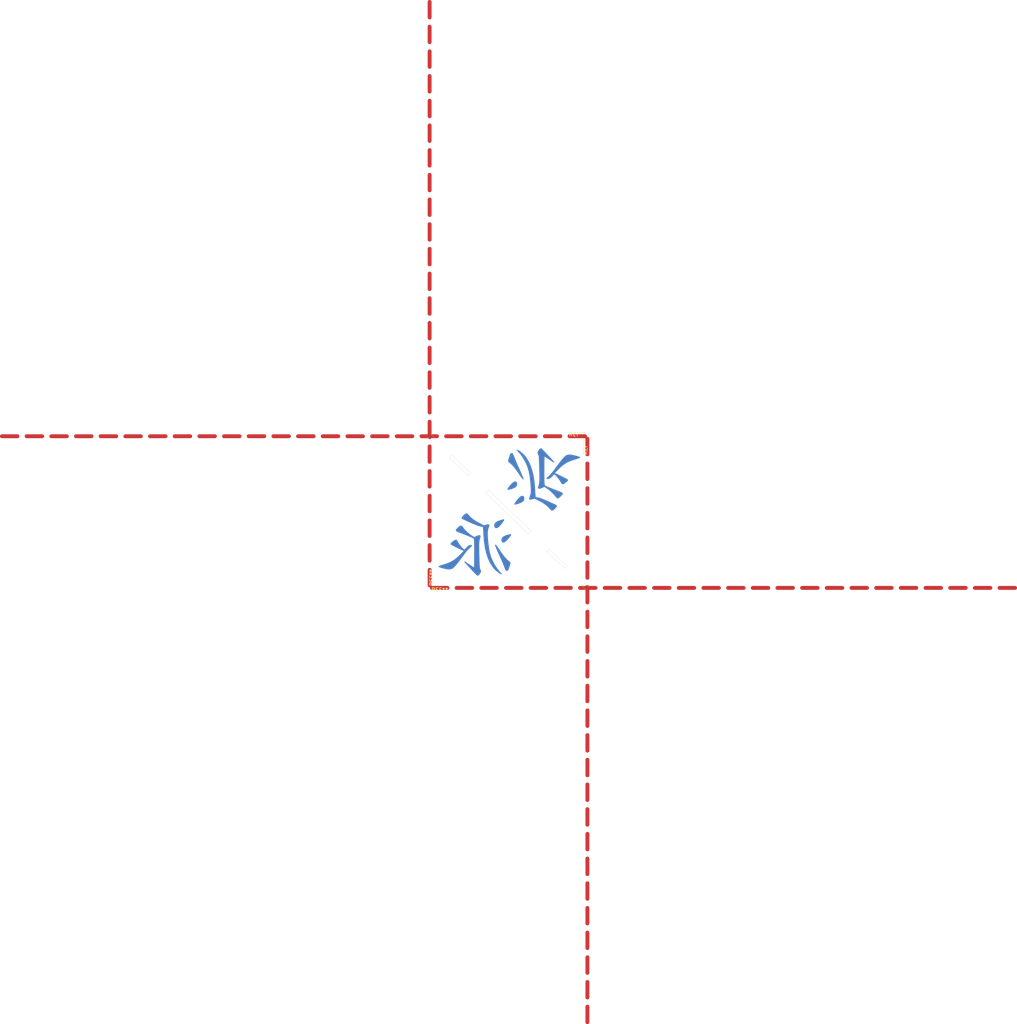
<source format=kicad_pcb>
(kicad_pcb (version 20171130) (host pcbnew 5.1.5+dfsg1-2build2)

  (general
    (thickness 1.6)
    (drawings 50)
    (tracks 0)
    (zones 0)
    (modules 10)
    (nets 1)
  )

  (page A4)
  (layers
    (0 F.Cu signal)
    (31 B.Cu signal)
    (32 B.Adhes user hide)
    (33 F.Adhes user hide)
    (34 B.Paste user hide)
    (35 F.Paste user hide)
    (36 B.SilkS user hide)
    (37 F.SilkS user hide)
    (38 B.Mask user hide)
    (39 F.Mask user hide)
    (40 Dwgs.User user)
    (41 Cmts.User user)
    (42 Eco1.User user)
    (43 Eco2.User user)
    (44 Edge.Cuts user)
    (45 Margin user)
    (46 B.CrtYd user)
    (47 F.CrtYd user)
    (48 B.Fab user)
    (49 F.Fab user)
  )

  (setup
    (last_trace_width 0.35)
    (trace_clearance 0.25)
    (zone_clearance 0.508)
    (zone_45_only no)
    (trace_min 0.3)
    (via_size 0.8)
    (via_drill 0.4)
    (via_min_size 0.5)
    (via_min_drill 0.4)
    (uvia_size 0.3)
    (uvia_drill 0.1)
    (uvias_allowed no)
    (uvia_min_size 0.2)
    (uvia_min_drill 0.1)
    (edge_width 0.05)
    (segment_width 0.2)
    (pcb_text_width 0.3)
    (pcb_text_size 1.5 1.5)
    (mod_edge_width 0.12)
    (mod_text_size 1 1)
    (mod_text_width 0.15)
    (pad_size 1.524 1.524)
    (pad_drill 0.762)
    (pad_to_mask_clearance 0.051)
    (solder_mask_min_width 0.25)
    (aux_axis_origin 0 0)
    (visible_elements FFFFFF7F)
    (pcbplotparams
      (layerselection 0x010fc_ffffffff)
      (usegerberextensions false)
      (usegerberattributes false)
      (usegerberadvancedattributes false)
      (creategerberjobfile false)
      (excludeedgelayer true)
      (linewidth 0.100000)
      (plotframeref false)
      (viasonmask false)
      (mode 1)
      (useauxorigin false)
      (hpglpennumber 1)
      (hpglpenspeed 20)
      (hpglpendiameter 15.000000)
      (psnegative false)
      (psa4output false)
      (plotreference true)
      (plotvalue true)
      (plotinvisibletext false)
      (padsonsilk false)
      (subtractmaskfromsilk false)
      (outputformat 1)
      (mirror false)
      (drillshape 1)
      (scaleselection 1)
      (outputdirectory ""))
  )

  (net 0 "")

  (net_class Default "This is the default net class."
    (clearance 0.25)
    (trace_width 0.35)
    (via_dia 0.8)
    (via_drill 0.4)
    (uvia_dia 0.3)
    (uvia_drill 0.1)
    (diff_pair_width 0.3)
    (diff_pair_gap 0.25)
  )

  (net_class Power ""
    (clearance 0.25)
    (trace_width 0.45)
    (via_dia 1)
    (via_drill 0.4)
    (uvia_dia 0.3)
    (uvia_drill 0.1)
    (diff_pair_width 0.3)
    (diff_pair_gap 0.25)
  )

  (module Keebio-Parts:breakaway-mousebites (layer F.Cu) (tedit 5B90EF0D) (tstamp 5F2E8DFC)
    (at 93.570395 91.479605 315)
    (fp_text reference REF** (at 0 -3.048 135) (layer Dwgs.User) hide
      (effects (font (size 1 1) (thickness 0.15)))
    )
    (fp_text value breakaway-mousebites (at 0 -4.75 135) (layer F.Fab) hide
      (effects (font (size 1 1) (thickness 0.15)))
    )
    (fp_line (start -2.794 0) (end 2.794 0) (layer Dwgs.User) (width 0.15))
    (pad "" np_thru_hole circle (at 0 -0.254 315) (size 0.7874 0.7874) (drill 0.7874) (layers *.Cu *.Mask))
    (pad "" np_thru_hole circle (at 1.27 -0.254 315) (size 0.7874 0.7874) (drill 0.7874) (layers *.Cu *.Mask))
    (pad "" np_thru_hole circle (at 2.54 -0.254 315) (size 0.7874 0.7874) (drill 0.7874) (layers *.Cu *.Mask))
    (pad "" np_thru_hole circle (at -1.27 -0.254 315) (size 0.7874 0.7874) (drill 0.7874) (layers *.Cu *.Mask))
    (pad "" np_thru_hole circle (at -2.54 -0.254 315) (size 0.7874 0.7874) (drill 0.7874) (layers *.Cu *.Mask))
  )

  (module Keebio-Parts:breakaway-mousebites (layer F.Cu) (tedit 5B90EF0D) (tstamp 5F2E8DF3)
    (at 84.270395 82.479605 315)
    (fp_text reference REF** (at 0 -3.048 135) (layer Dwgs.User) hide
      (effects (font (size 1 1) (thickness 0.15)))
    )
    (fp_text value breakaway-mousebites (at 0 -4.75 135) (layer F.Fab) hide
      (effects (font (size 1 1) (thickness 0.15)))
    )
    (fp_line (start -2.794 0) (end 2.794 0) (layer Dwgs.User) (width 0.15))
    (pad "" np_thru_hole circle (at -2.54 -0.254 315) (size 0.7874 0.7874) (drill 0.7874) (layers *.Cu *.Mask))
    (pad "" np_thru_hole circle (at -1.27 -0.254 315) (size 0.7874 0.7874) (drill 0.7874) (layers *.Cu *.Mask))
    (pad "" np_thru_hole circle (at 2.54 -0.254 315) (size 0.7874 0.7874) (drill 0.7874) (layers *.Cu *.Mask))
    (pad "" np_thru_hole circle (at 1.27 -0.254 315) (size 0.7874 0.7874) (drill 0.7874) (layers *.Cu *.Mask))
    (pad "" np_thru_hole circle (at 0 -0.254 315) (size 0.7874 0.7874) (drill 0.7874) (layers *.Cu *.Mask))
  )

  (module Digi:Long_Pad_single_sided (layer F.Cu) (tedit 5F2CBB43) (tstamp 5F2E8DD0)
    (at 96.95 57.95 270)
    (fp_text reference REF** (at 0 0.5 90) (layer F.SilkS)
      (effects (font (size 1 1) (thickness 0.15)))
    )
    (fp_text value Long_Pad_single_sided (at 0 -0.5 90) (layer F.Fab)
      (effects (font (size 1 1) (thickness 0.15)))
    )
    (pad 1 smd oval (at 146.05 0 270) (size 5 1) (layers F.Cu F.Paste F.Mask))
    (pad 1 smd oval (at 139.7 0 270) (size 5 1) (layers F.Cu F.Paste F.Mask))
    (pad 1 smd oval (at 133.35 0 270) (size 5 1) (layers F.Cu F.Paste F.Mask))
    (pad 1 smd oval (at 127 0 270) (size 5 1) (layers F.Cu F.Paste F.Mask))
    (pad 1 smd oval (at 120.65 0 270) (size 5 1) (layers F.Cu F.Paste F.Mask))
    (pad 1 smd oval (at 114.3 0 270) (size 5 1) (layers F.Cu F.Paste F.Mask))
    (pad 1 smd oval (at 107.95 0 270) (size 5 1) (layers F.Cu F.Paste F.Mask))
    (pad 1 smd oval (at 101.6 0 270) (size 5 1) (layers F.Cu F.Paste F.Mask))
    (pad 1 smd oval (at 95.25 0 270) (size 5 1) (layers F.Cu F.Paste F.Mask))
    (pad 1 smd oval (at 88.9 0 270) (size 5 1) (layers F.Cu F.Paste F.Mask))
    (pad 1 smd oval (at 82.55 0 270) (size 5 1) (layers F.Cu F.Paste F.Mask))
    (pad 1 smd oval (at 76.2 0 270) (size 5 1) (layers F.Cu F.Paste F.Mask))
    (pad 1 smd oval (at 69.85 0 270) (size 5 1) (layers F.Cu F.Paste F.Mask))
    (pad 1 smd oval (at 63.5 0 270) (size 5 1) (layers F.Cu F.Paste F.Mask))
    (pad 1 smd oval (at 57.15 0 270) (size 5 1) (layers F.Cu F.Paste F.Mask))
    (pad 1 smd oval (at 50.8 0 270) (size 5 1) (layers F.Cu F.Paste F.Mask))
    (pad 1 smd oval (at 44.45 0 270) (size 5 1) (layers F.Cu F.Paste F.Mask))
    (pad 1 smd oval (at 38.1 0 270) (size 5 1) (layers F.Cu F.Paste F.Mask))
    (pad 1 smd oval (at 31.75 0 270) (size 5 1) (layers F.Cu F.Paste F.Mask))
    (pad 1 smd oval (at 25.4 0 270) (size 5 1) (layers F.Cu F.Paste F.Mask))
    (pad 1 smd oval (at 19.05 0 270) (size 5 1) (layers F.Cu F.Paste F.Mask))
    (pad 1 smd oval (at 12.7 0 270) (size 5 1) (layers F.Cu F.Paste F.Mask))
    (pad 1 smd oval (at 6.35 0 270) (size 5 1) (layers F.Cu F.Paste F.Mask))
    (pad 1 smd oval (at 0 0 270) (size 5 1) (layers F.Cu F.Paste F.Mask))
  )

  (module Digi:PieCn (layer B.Cu) (tedit 0) (tstamp 5F2E8DC3)
    (at 85.05 66.55)
    (fp_text reference G*** (at 0 0) (layer B.SilkS) hide
      (effects (font (size 1.524 1.524) (thickness 0.3)) (justify mirror))
    )
    (fp_text value LOGO (at 0.75 0) (layer B.SilkS) hide
      (effects (font (size 1.524 1.524) (thickness 0.3)) (justify mirror))
    )
    (fp_poly (pts (xy 4.572139 4.616532) (xy 4.883325 4.359421) (xy 5.041929 4.208525) (xy 5.326263 3.921709)
      (xy 5.507887 3.698099) (xy 5.577732 3.519193) (xy 5.526731 3.366488) (xy 5.345814 3.221479)
      (xy 5.025915 3.065666) (xy 4.557964 2.880543) (xy 4.353538 2.803916) (xy 3.836664 2.606888)
      (xy 3.23863 2.371989) (xy 2.633639 2.12871) (xy 2.097334 1.907152) (xy 1.647168 1.715825)
      (xy 1.329396 1.573172) (xy 1.119594 1.463975) (xy 0.993338 1.373017) (xy 0.926205 1.285081)
      (xy 0.893772 1.184948) (xy 0.887732 1.153494) (xy 0.87062 0.975838) (xy 0.856052 0.66294)
      (xy 0.844009 0.236193) (xy 0.834474 -0.28301) (xy 0.827426 -0.873277) (xy 0.822848 -1.513214)
      (xy 0.820721 -2.18143) (xy 0.821026 -2.856531) (xy 0.823743 -3.517124) (xy 0.828855 -4.141818)
      (xy 0.836343 -4.709218) (xy 0.846188 -5.197933) (xy 0.858371 -5.58657) (xy 0.872873 -5.853735)
      (xy 0.889676 -5.978037) (xy 0.893986 -5.984214) (xy 0.990712 -5.948435) (xy 1.199299 -5.829826)
      (xy 1.494056 -5.644316) (xy 1.849291 -5.407832) (xy 2.076633 -5.250995) (xy 2.553069 -4.92348)
      (xy 2.908163 -4.693159) (xy 3.154579 -4.553706) (xy 3.304979 -4.498798) (xy 3.372029 -4.522108)
      (xy 3.371708 -4.604169) (xy 3.308011 -4.695574) (xy 3.144989 -4.889131) (xy 2.900989 -5.165223)
      (xy 2.59436 -5.504238) (xy 2.243451 -5.88656) (xy 1.866608 -6.292576) (xy 1.482181 -6.702671)
      (xy 1.108517 -7.097232) (xy 0.763966 -7.456643) (xy 0.466874 -7.761292) (xy 0.235592 -7.991563)
      (xy 0.088465 -8.127842) (xy 0.049108 -8.156018) (xy -0.104255 -8.15328) (xy -0.263037 -8.098787)
      (xy -0.408891 -7.972722) (xy -0.582368 -7.745899) (xy -0.717588 -7.51884) (xy -0.96951 -7.038148)
      (xy -0.774596 -6.588241) (xy -0.722778 -6.46159) (xy -0.680254 -6.331969) (xy -0.645505 -6.18037)
      (xy -0.617011 -5.987783) (xy -0.593253 -5.735198) (xy -0.572712 -5.403607) (xy -0.553869 -4.973999)
      (xy -0.535204 -4.427367) (xy -0.515198 -3.7447) (xy -0.498418 -3.132667) (xy -0.474917 -2.212055)
      (xy -0.459114 -1.441944) (xy -0.451781 -0.803642) (xy -0.453691 -0.278457) (xy -0.465615 0.152302)
      (xy -0.488325 0.507327) (xy -0.522593 0.805308) (xy -0.569192 1.064938) (xy -0.628894 1.304908)
      (xy -0.690009 1.505813) (xy -0.780233 1.808865) (xy -0.811106 1.998745) (xy -0.786758 2.119262)
      (xy -0.752655 2.17026) (xy -0.570635 2.260171) (xy -0.276261 2.238838) (xy 0.117097 2.108453)
      (xy 0.385343 1.983719) (xy 0.827586 1.759965) (xy 1.493293 2.206729) (xy 1.948328 2.540119)
      (xy 2.424239 2.936847) (xy 2.884874 3.362615) (xy 3.294079 3.783123) (xy 3.615704 4.164072)
      (xy 3.735745 4.334226) (xy 3.932236 4.596734) (xy 4.120918 4.732849) (xy 4.326111 4.740228)
      (xy 4.572139 4.616532)) (layer B.Cu) (width 0.01))
    (fp_poly (pts (xy 3.13491 7.762081) (xy 3.434625 7.511024) (xy 3.576322 7.372771) (xy 3.849452 7.081644)
      (xy 4.002725 6.869649) (xy 4.051649 6.714181) (xy 4.049609 6.682918) (xy 4.039175 6.610376)
      (xy 4.01883 6.550957) (xy 3.968067 6.492565) (xy 3.866378 6.423105) (xy 3.693253 6.330482)
      (xy 3.428184 6.2026) (xy 3.050663 6.027364) (xy 2.540182 5.792679) (xy 2.54 5.792595)
      (xy 1.71781 5.423152) (xy 0.965696 5.102351) (xy 0.299697 4.836345) (xy -0.264147 4.631289)
      (xy -0.709795 4.493337) (xy -1.012224 4.429665) (xy -1.42109 4.381241) (xy -1.47066 3.693454)
      (xy -1.497214 3.299909) (xy -1.527322 2.814841) (xy -1.556251 2.315859) (xy -1.569379 2.074333)
      (xy -1.70644 0.455242) (xy -1.939693 -1.046975) (xy -2.267563 -2.427128) (xy -2.68847 -3.680024)
      (xy -3.200836 -4.800473) (xy -3.803085 -5.783284) (xy -4.062994 -6.129423) (xy -4.337214 -6.443337)
      (xy -4.654158 -6.757285) (xy -4.992238 -7.055741) (xy -5.329864 -7.323176) (xy -5.645446 -7.544062)
      (xy -5.917395 -7.702873) (xy -6.124121 -7.784079) (xy -6.244035 -7.772153) (xy -6.265333 -7.713416)
      (xy -6.211618 -7.622757) (xy -6.066575 -7.437944) (xy -5.854356 -7.188668) (xy -5.673855 -6.986308)
      (xy -5.034159 -6.189008) (xy -4.441173 -5.26731) (xy -3.920594 -4.264841) (xy -3.560141 -3.397897)
      (xy -3.354534 -2.773771) (xy -3.178507 -2.089004) (xy -3.028182 -1.321264) (xy -2.899684 -0.448221)
      (xy -2.789139 0.552457) (xy -2.706224 1.522295) (xy -2.662762 2.234884) (xy -2.655054 2.816525)
      (xy -2.686087 3.302402) (xy -2.758852 3.727699) (xy -2.876337 4.127601) (xy -2.942482 4.30336)
      (xy -3.052726 4.592838) (xy -3.100285 4.770806) (xy -3.090386 4.880872) (xy -3.028256 4.966646)
      (xy -3.022669 4.972283) (xy -2.938615 5.037574) (xy -2.829817 5.060892) (xy -2.653348 5.041387)
      (xy -2.366277 4.978209) (xy -2.280856 4.957597) (xy -1.672272 4.80968) (xy -0.560969 5.364994)
      (xy 0.396787 5.895298) (xy 1.209515 6.455096) (xy 1.868079 7.037623) (xy 2.192818 7.404534)
      (xy 2.450429 7.696796) (xy 2.673114 7.854271) (xy 2.891174 7.876265) (xy 3.13491 7.762081)) (layer B.Cu) (width 0.01))
    (fp_poly (pts (xy -4.563885 -0.208843) (xy -4.533578 -0.247672) (xy -4.545876 -0.363496) (xy -4.632079 -0.625216)
      (xy -4.789965 -1.027472) (xy -5.017312 -1.564904) (xy -5.311897 -2.23215) (xy -5.6715 -3.023851)
      (xy -5.799662 -3.302) (xy -6.041753 -3.839758) (xy -6.300513 -4.437829) (xy -6.547519 -5.029164)
      (xy -6.754348 -5.546718) (xy -6.784198 -5.624455) (xy -6.94325 -6.032745) (xy -7.08851 -6.388863)
      (xy -7.206182 -6.66016) (xy -7.282471 -6.81399) (xy -7.294022 -6.830955) (xy -7.474269 -6.933389)
      (xy -7.692998 -6.916083) (xy -7.878921 -6.788234) (xy -7.904679 -6.752167) (xy -8.002653 -6.553932)
      (xy -8.118163 -6.258423) (xy -8.238518 -5.907191) (xy -8.351028 -5.541784) (xy -8.443001 -5.203752)
      (xy -8.501747 -4.934645) (xy -8.514574 -4.776011) (xy -8.511805 -4.764462) (xy -8.417233 -4.637433)
      (xy -8.225781 -4.462418) (xy -8.035477 -4.318) (xy -7.687402 -4.036119) (xy -7.306263 -3.650567)
      (xy -6.882622 -3.149983) (xy -6.407043 -2.523005) (xy -5.870089 -1.758271) (xy -5.697331 -1.502833)
      (xy -5.356071 -1.001373) (xy -5.091609 -0.631334) (xy -4.892053 -0.379889) (xy -4.745509 -0.23421)
      (xy -4.640084 -0.181471) (xy -4.563885 -0.208843)) (layer B.Cu) (width 0.01))
    (fp_poly (pts (xy 5.930607 0.9596) (xy 6.318677 0.694036) (xy 6.338513 0.678435) (xy 6.668975 0.392429)
      (xy 6.855235 0.166412) (xy 6.905741 -0.012924) (xy 6.853408 -0.132532) (xy 6.749422 -0.204757)
      (xy 6.516774 -0.336825) (xy 6.179752 -0.515912) (xy 5.762643 -0.729196) (xy 5.289735 -0.963851)
      (xy 5.150212 -1.03184) (xy 3.548025 -1.80944) (xy 4.419846 -2.689551) (xy 5.097851 -3.339581)
      (xy 5.735257 -3.868362) (xy 6.373159 -4.300247) (xy 7.052651 -4.659592) (xy 7.81483 -4.970753)
      (xy 8.700791 -5.258085) (xy 8.805333 -5.288635) (xy 9.212777 -5.412702) (xy 9.566328 -5.531633)
      (xy 9.831011 -5.632867) (xy 9.971852 -5.703845) (xy 9.979282 -5.710234) (xy 10.025267 -5.811446)
      (xy 9.948783 -5.912377) (xy 9.738963 -6.018228) (xy 9.384939 -6.134195) (xy 8.875841 -6.265479)
      (xy 8.763 -6.292044) (xy 8.253291 -6.408432) (xy 7.873768 -6.487757) (xy 7.590445 -6.534429)
      (xy 7.36933 -6.552858) (xy 7.176437 -6.547456) (xy 6.981496 -6.523207) (xy 6.774382 -6.479675)
      (xy 6.574427 -6.407796) (xy 6.37094 -6.296272) (xy 6.153234 -6.13381) (xy 5.91062 -5.909114)
      (xy 5.632411 -5.610889) (xy 5.307917 -5.227839) (xy 4.926451 -4.748669) (xy 4.477324 -4.162084)
      (xy 3.949847 -3.456789) (xy 3.486746 -2.830017) (xy 3.020093 -2.211669) (xy 2.614495 -1.711134)
      (xy 2.244878 -1.300433) (xy 1.886169 -0.951583) (xy 1.540838 -0.658503) (xy 1.410158 -0.490095)
      (xy 1.434513 -0.347224) (xy 1.599795 -0.263473) (xy 1.710763 -0.254) (xy 2.11859 -0.336044)
      (xy 2.518349 -0.583507) (xy 2.89715 -0.978034) (xy 3.091257 -1.20632) (xy 3.252814 -1.370496)
      (xy 3.347093 -1.435303) (xy 3.347516 -1.435327) (xy 3.476383 -1.373635) (xy 3.676731 -1.19919)
      (xy 3.92535 -0.939626) (xy 4.19903 -0.622575) (xy 4.474562 -0.275668) (xy 4.728737 0.073463)
      (xy 4.938344 0.397185) (xy 5.037714 0.576935) (xy 5.178677 0.826914) (xy 5.310101 1.009205)
      (xy 5.383695 1.072874) (xy 5.621889 1.084664) (xy 5.930607 0.9596)) (layer B.Cu) (width 0.01))
    (fp_poly (pts (xy -8.319253 2.489819) (xy -8.000113 2.427968) (xy -7.63663 2.327813) (xy -7.265172 2.200454)
      (xy -6.922109 2.056989) (xy -6.643809 1.90852) (xy -6.482607 1.783852) (xy -6.293492 1.49965)
      (xy -6.194687 1.167689) (xy -6.192234 0.841663) (xy -6.292172 0.575269) (xy -6.340172 0.517828)
      (xy -6.491533 0.390527) (xy -6.637985 0.350581) (xy -6.831068 0.397941) (xy -7.091242 0.517117)
      (xy -7.29991 0.657826) (xy -7.552331 0.883803) (xy -7.825267 1.166694) (xy -8.095478 1.478149)
      (xy -8.339726 1.789816) (xy -8.53477 2.073342) (xy -8.657371 2.300377) (xy -8.684291 2.442568)
      (xy -8.679029 2.454208) (xy -8.557681 2.502266) (xy -8.319253 2.489819)) (layer B.Cu) (width 0.01))
    (fp_poly (pts (xy -6.532442 6.29698) (xy -6.224503 6.21854) (xy -5.786887 6.08446) (xy -5.655972 6.042303)
      (xy -5.106219 5.826809) (xy -4.711737 5.581203) (xy -4.459331 5.292462) (xy -4.335803 4.947564)
      (xy -4.318 4.722044) (xy -4.376984 4.379627) (xy -4.538124 4.157467) (xy -4.777709 4.06255)
      (xy -5.072022 4.101864) (xy -5.397352 4.282395) (xy -5.505349 4.372227) (xy -5.746699 4.61145)
      (xy -6.01149 4.907942) (xy -6.277535 5.232259) (xy -6.522648 5.55496) (xy -6.724641 5.846601)
      (xy -6.861327 6.07774) (xy -6.910521 6.218934) (xy -6.907991 6.233575) (xy -6.851207 6.300987)
      (xy -6.733684 6.323293) (xy -6.532442 6.29698)) (layer B.Cu) (width 0.01))
  )

  (module Digi:Long_Pad_single_sided (layer F.Cu) (tedit 5F2CBB43) (tstamp 5F2E8DA4)
    (at 94.35 55.3 180)
    (fp_text reference REF** (at 0 0.5) (layer F.SilkS)
      (effects (font (size 1 1) (thickness 0.15)))
    )
    (fp_text value Long_Pad_single_sided (at 0 -0.5) (layer F.Fab)
      (effects (font (size 1 1) (thickness 0.15)))
    )
    (pad 1 smd oval (at 146.05 0 180) (size 5 1) (layers F.Cu F.Paste F.Mask))
    (pad 1 smd oval (at 139.7 0 180) (size 5 1) (layers F.Cu F.Paste F.Mask))
    (pad 1 smd oval (at 133.35 0 180) (size 5 1) (layers F.Cu F.Paste F.Mask))
    (pad 1 smd oval (at 127 0 180) (size 5 1) (layers F.Cu F.Paste F.Mask))
    (pad 1 smd oval (at 120.65 0 180) (size 5 1) (layers F.Cu F.Paste F.Mask))
    (pad 1 smd oval (at 114.3 0 180) (size 5 1) (layers F.Cu F.Paste F.Mask))
    (pad 1 smd oval (at 107.95 0 180) (size 5 1) (layers F.Cu F.Paste F.Mask))
    (pad 1 smd oval (at 101.6 0 180) (size 5 1) (layers F.Cu F.Paste F.Mask))
    (pad 1 smd oval (at 95.25 0 180) (size 5 1) (layers F.Cu F.Paste F.Mask))
    (pad 1 smd oval (at 88.9 0 180) (size 5 1) (layers F.Cu F.Paste F.Mask))
    (pad 1 smd oval (at 82.55 0 180) (size 5 1) (layers F.Cu F.Paste F.Mask))
    (pad 1 smd oval (at 76.2 0 180) (size 5 1) (layers F.Cu F.Paste F.Mask))
    (pad 1 smd oval (at 69.85 0 180) (size 5 1) (layers F.Cu F.Paste F.Mask))
    (pad 1 smd oval (at 63.5 0 180) (size 5 1) (layers F.Cu F.Paste F.Mask))
    (pad 1 smd oval (at 57.15 0 180) (size 5 1) (layers F.Cu F.Paste F.Mask))
    (pad 1 smd oval (at 50.8 0 180) (size 5 1) (layers F.Cu F.Paste F.Mask))
    (pad 1 smd oval (at 44.45 0 180) (size 5 1) (layers F.Cu F.Paste F.Mask))
    (pad 1 smd oval (at 38.1 0 180) (size 5 1) (layers F.Cu F.Paste F.Mask))
    (pad 1 smd oval (at 31.75 0 180) (size 5 1) (layers F.Cu F.Paste F.Mask))
    (pad 1 smd oval (at 25.4 0 180) (size 5 1) (layers F.Cu F.Paste F.Mask))
    (pad 1 smd oval (at 19.05 0 180) (size 5 1) (layers F.Cu F.Paste F.Mask))
    (pad 1 smd oval (at 12.7 0 180) (size 5 1) (layers F.Cu F.Paste F.Mask))
    (pad 1 smd oval (at 6.35 0 180) (size 5 1) (layers F.Cu F.Paste F.Mask))
    (pad 1 smd oval (at 0 0 180) (size 5 1) (layers F.Cu F.Paste F.Mask))
  )

  (module Keebio-Parts:breakaway-mousebites (layer F.Cu) (tedit 5B90EF0D) (tstamp 5F2E8BB9)
    (at 69.029605 67.120395 135)
    (fp_text reference REF** (at 0 -3.048 135) (layer Dwgs.User) hide
      (effects (font (size 1 1) (thickness 0.15)))
    )
    (fp_text value breakaway-mousebites (at 0 -4.75 135) (layer F.Fab) hide
      (effects (font (size 1 1) (thickness 0.15)))
    )
    (fp_line (start -2.794 0) (end 2.794 0) (layer Dwgs.User) (width 0.15))
    (pad "" np_thru_hole circle (at 0 -0.254 135) (size 0.7874 0.7874) (drill 0.7874) (layers *.Cu *.Mask))
    (pad "" np_thru_hole circle (at 1.27 -0.254 135) (size 0.7874 0.7874) (drill 0.7874) (layers *.Cu *.Mask))
    (pad "" np_thru_hole circle (at 2.54 -0.254 135) (size 0.7874 0.7874) (drill 0.7874) (layers *.Cu *.Mask))
    (pad "" np_thru_hole circle (at -1.27 -0.254 135) (size 0.7874 0.7874) (drill 0.7874) (layers *.Cu *.Mask))
    (pad "" np_thru_hole circle (at -2.54 -0.254 135) (size 0.7874 0.7874) (drill 0.7874) (layers *.Cu *.Mask))
  )

  (module Keebio-Parts:breakaway-mousebites (layer F.Cu) (tedit 5B90EF0D) (tstamp 5F2E8B6F)
    (at 59.729605 58.120395 135)
    (fp_text reference REF** (at 0 -3.048 135) (layer Dwgs.User) hide
      (effects (font (size 1 1) (thickness 0.15)))
    )
    (fp_text value breakaway-mousebites (at 0 -4.75 135) (layer F.Fab) hide
      (effects (font (size 1 1) (thickness 0.15)))
    )
    (fp_line (start -2.794 0) (end 2.794 0) (layer Dwgs.User) (width 0.15))
    (pad "" np_thru_hole circle (at -2.54 -0.254 135) (size 0.7874 0.7874) (drill 0.7874) (layers *.Cu *.Mask))
    (pad "" np_thru_hole circle (at -1.27 -0.254 135) (size 0.7874 0.7874) (drill 0.7874) (layers *.Cu *.Mask))
    (pad "" np_thru_hole circle (at 2.54 -0.254 135) (size 0.7874 0.7874) (drill 0.7874) (layers *.Cu *.Mask))
    (pad "" np_thru_hole circle (at 1.27 -0.254 135) (size 0.7874 0.7874) (drill 0.7874) (layers *.Cu *.Mask))
    (pad "" np_thru_hole circle (at 0 -0.254 135) (size 0.7874 0.7874) (drill 0.7874) (layers *.Cu *.Mask))
  )

  (module Digi:Long_Pad_single_sided (layer F.Cu) (tedit 5F2CBB43) (tstamp 5F2D187A)
    (at 56.35 91.65 90)
    (fp_text reference REF** (at 0 0.5 90) (layer F.SilkS)
      (effects (font (size 1 1) (thickness 0.15)))
    )
    (fp_text value Long_Pad_single_sided (at 0 -0.5 90) (layer F.Fab)
      (effects (font (size 1 1) (thickness 0.15)))
    )
    (pad 1 smd oval (at 0 0 90) (size 5 1) (layers F.Cu F.Paste F.Mask))
    (pad 1 smd oval (at 6.35 0 90) (size 5 1) (layers F.Cu F.Paste F.Mask))
    (pad 1 smd oval (at 12.7 0 90) (size 5 1) (layers F.Cu F.Paste F.Mask))
    (pad 1 smd oval (at 19.05 0 90) (size 5 1) (layers F.Cu F.Paste F.Mask))
    (pad 1 smd oval (at 25.4 0 90) (size 5 1) (layers F.Cu F.Paste F.Mask))
    (pad 1 smd oval (at 31.75 0 90) (size 5 1) (layers F.Cu F.Paste F.Mask))
    (pad 1 smd oval (at 38.1 0 90) (size 5 1) (layers F.Cu F.Paste F.Mask))
    (pad 1 smd oval (at 44.45 0 90) (size 5 1) (layers F.Cu F.Paste F.Mask))
    (pad 1 smd oval (at 50.8 0 90) (size 5 1) (layers F.Cu F.Paste F.Mask))
    (pad 1 smd oval (at 57.15 0 90) (size 5 1) (layers F.Cu F.Paste F.Mask))
    (pad 1 smd oval (at 63.5 0 90) (size 5 1) (layers F.Cu F.Paste F.Mask))
    (pad 1 smd oval (at 69.85 0 90) (size 5 1) (layers F.Cu F.Paste F.Mask))
    (pad 1 smd oval (at 76.2 0 90) (size 5 1) (layers F.Cu F.Paste F.Mask))
    (pad 1 smd oval (at 82.55 0 90) (size 5 1) (layers F.Cu F.Paste F.Mask))
    (pad 1 smd oval (at 88.9 0 90) (size 5 1) (layers F.Cu F.Paste F.Mask))
    (pad 1 smd oval (at 95.25 0 90) (size 5 1) (layers F.Cu F.Paste F.Mask))
    (pad 1 smd oval (at 101.6 0 90) (size 5 1) (layers F.Cu F.Paste F.Mask))
    (pad 1 smd oval (at 107.95 0 90) (size 5 1) (layers F.Cu F.Paste F.Mask))
    (pad 1 smd oval (at 114.3 0 90) (size 5 1) (layers F.Cu F.Paste F.Mask))
    (pad 1 smd oval (at 120.65 0 90) (size 5 1) (layers F.Cu F.Paste F.Mask))
    (pad 1 smd oval (at 127 0 90) (size 5 1) (layers F.Cu F.Paste F.Mask))
    (pad 1 smd oval (at 133.35 0 90) (size 5 1) (layers F.Cu F.Paste F.Mask))
    (pad 1 smd oval (at 139.7 0 90) (size 5 1) (layers F.Cu F.Paste F.Mask))
    (pad 1 smd oval (at 146.05 0 90) (size 5 1) (layers F.Cu F.Paste F.Mask))
  )

  (module Digi:Long_Pad_single_sided (layer F.Cu) (tedit 5F2CBB43) (tstamp 5F2D187A)
    (at 58.95 94.3)
    (fp_text reference REF** (at 0 0.5) (layer F.SilkS)
      (effects (font (size 1 1) (thickness 0.15)))
    )
    (fp_text value Long_Pad_single_sided (at 0 -0.5) (layer F.Fab)
      (effects (font (size 1 1) (thickness 0.15)))
    )
    (pad 1 smd oval (at 0 0) (size 5 1) (layers F.Cu F.Paste F.Mask))
    (pad 1 smd oval (at 6.35 0) (size 5 1) (layers F.Cu F.Paste F.Mask))
    (pad 1 smd oval (at 12.7 0) (size 5 1) (layers F.Cu F.Paste F.Mask))
    (pad 1 smd oval (at 19.05 0) (size 5 1) (layers F.Cu F.Paste F.Mask))
    (pad 1 smd oval (at 25.4 0) (size 5 1) (layers F.Cu F.Paste F.Mask))
    (pad 1 smd oval (at 31.75 0) (size 5 1) (layers F.Cu F.Paste F.Mask))
    (pad 1 smd oval (at 38.1 0) (size 5 1) (layers F.Cu F.Paste F.Mask))
    (pad 1 smd oval (at 44.45 0) (size 5 1) (layers F.Cu F.Paste F.Mask))
    (pad 1 smd oval (at 50.8 0) (size 5 1) (layers F.Cu F.Paste F.Mask))
    (pad 1 smd oval (at 57.15 0) (size 5 1) (layers F.Cu F.Paste F.Mask))
    (pad 1 smd oval (at 63.5 0) (size 5 1) (layers F.Cu F.Paste F.Mask))
    (pad 1 smd oval (at 69.85 0) (size 5 1) (layers F.Cu F.Paste F.Mask))
    (pad 1 smd oval (at 76.2 0) (size 5 1) (layers F.Cu F.Paste F.Mask))
    (pad 1 smd oval (at 82.55 0) (size 5 1) (layers F.Cu F.Paste F.Mask))
    (pad 1 smd oval (at 88.9 0) (size 5 1) (layers F.Cu F.Paste F.Mask))
    (pad 1 smd oval (at 95.25 0) (size 5 1) (layers F.Cu F.Paste F.Mask))
    (pad 1 smd oval (at 101.6 0) (size 5 1) (layers F.Cu F.Paste F.Mask))
    (pad 1 smd oval (at 107.95 0) (size 5 1) (layers F.Cu F.Paste F.Mask))
    (pad 1 smd oval (at 114.3 0) (size 5 1) (layers F.Cu F.Paste F.Mask))
    (pad 1 smd oval (at 120.65 0) (size 5 1) (layers F.Cu F.Paste F.Mask))
    (pad 1 smd oval (at 127 0) (size 5 1) (layers F.Cu F.Paste F.Mask))
    (pad 1 smd oval (at 133.35 0) (size 5 1) (layers F.Cu F.Paste F.Mask))
    (pad 1 smd oval (at 139.7 0) (size 5 1) (layers F.Cu F.Paste F.Mask))
    (pad 1 smd oval (at 146.05 0) (size 5 1) (layers F.Cu F.Paste F.Mask))
  )

  (module Digi:PieCn (layer B.Cu) (tedit 0) (tstamp 5F2D1634)
    (at 68.65 83 180)
    (fp_text reference G*** (at 0 0) (layer B.SilkS) hide
      (effects (font (size 1.524 1.524) (thickness 0.3)) (justify mirror))
    )
    (fp_text value LOGO (at 0.75 0) (layer B.SilkS) hide
      (effects (font (size 1.524 1.524) (thickness 0.3)) (justify mirror))
    )
    (fp_poly (pts (xy -6.532442 6.29698) (xy -6.224503 6.21854) (xy -5.786887 6.08446) (xy -5.655972 6.042303)
      (xy -5.106219 5.826809) (xy -4.711737 5.581203) (xy -4.459331 5.292462) (xy -4.335803 4.947564)
      (xy -4.318 4.722044) (xy -4.376984 4.379627) (xy -4.538124 4.157467) (xy -4.777709 4.06255)
      (xy -5.072022 4.101864) (xy -5.397352 4.282395) (xy -5.505349 4.372227) (xy -5.746699 4.61145)
      (xy -6.01149 4.907942) (xy -6.277535 5.232259) (xy -6.522648 5.55496) (xy -6.724641 5.846601)
      (xy -6.861327 6.07774) (xy -6.910521 6.218934) (xy -6.907991 6.233575) (xy -6.851207 6.300987)
      (xy -6.733684 6.323293) (xy -6.532442 6.29698)) (layer B.Cu) (width 0.01))
    (fp_poly (pts (xy -8.319253 2.489819) (xy -8.000113 2.427968) (xy -7.63663 2.327813) (xy -7.265172 2.200454)
      (xy -6.922109 2.056989) (xy -6.643809 1.90852) (xy -6.482607 1.783852) (xy -6.293492 1.49965)
      (xy -6.194687 1.167689) (xy -6.192234 0.841663) (xy -6.292172 0.575269) (xy -6.340172 0.517828)
      (xy -6.491533 0.390527) (xy -6.637985 0.350581) (xy -6.831068 0.397941) (xy -7.091242 0.517117)
      (xy -7.29991 0.657826) (xy -7.552331 0.883803) (xy -7.825267 1.166694) (xy -8.095478 1.478149)
      (xy -8.339726 1.789816) (xy -8.53477 2.073342) (xy -8.657371 2.300377) (xy -8.684291 2.442568)
      (xy -8.679029 2.454208) (xy -8.557681 2.502266) (xy -8.319253 2.489819)) (layer B.Cu) (width 0.01))
    (fp_poly (pts (xy 5.930607 0.9596) (xy 6.318677 0.694036) (xy 6.338513 0.678435) (xy 6.668975 0.392429)
      (xy 6.855235 0.166412) (xy 6.905741 -0.012924) (xy 6.853408 -0.132532) (xy 6.749422 -0.204757)
      (xy 6.516774 -0.336825) (xy 6.179752 -0.515912) (xy 5.762643 -0.729196) (xy 5.289735 -0.963851)
      (xy 5.150212 -1.03184) (xy 3.548025 -1.80944) (xy 4.419846 -2.689551) (xy 5.097851 -3.339581)
      (xy 5.735257 -3.868362) (xy 6.373159 -4.300247) (xy 7.052651 -4.659592) (xy 7.81483 -4.970753)
      (xy 8.700791 -5.258085) (xy 8.805333 -5.288635) (xy 9.212777 -5.412702) (xy 9.566328 -5.531633)
      (xy 9.831011 -5.632867) (xy 9.971852 -5.703845) (xy 9.979282 -5.710234) (xy 10.025267 -5.811446)
      (xy 9.948783 -5.912377) (xy 9.738963 -6.018228) (xy 9.384939 -6.134195) (xy 8.875841 -6.265479)
      (xy 8.763 -6.292044) (xy 8.253291 -6.408432) (xy 7.873768 -6.487757) (xy 7.590445 -6.534429)
      (xy 7.36933 -6.552858) (xy 7.176437 -6.547456) (xy 6.981496 -6.523207) (xy 6.774382 -6.479675)
      (xy 6.574427 -6.407796) (xy 6.37094 -6.296272) (xy 6.153234 -6.13381) (xy 5.91062 -5.909114)
      (xy 5.632411 -5.610889) (xy 5.307917 -5.227839) (xy 4.926451 -4.748669) (xy 4.477324 -4.162084)
      (xy 3.949847 -3.456789) (xy 3.486746 -2.830017) (xy 3.020093 -2.211669) (xy 2.614495 -1.711134)
      (xy 2.244878 -1.300433) (xy 1.886169 -0.951583) (xy 1.540838 -0.658503) (xy 1.410158 -0.490095)
      (xy 1.434513 -0.347224) (xy 1.599795 -0.263473) (xy 1.710763 -0.254) (xy 2.11859 -0.336044)
      (xy 2.518349 -0.583507) (xy 2.89715 -0.978034) (xy 3.091257 -1.20632) (xy 3.252814 -1.370496)
      (xy 3.347093 -1.435303) (xy 3.347516 -1.435327) (xy 3.476383 -1.373635) (xy 3.676731 -1.19919)
      (xy 3.92535 -0.939626) (xy 4.19903 -0.622575) (xy 4.474562 -0.275668) (xy 4.728737 0.073463)
      (xy 4.938344 0.397185) (xy 5.037714 0.576935) (xy 5.178677 0.826914) (xy 5.310101 1.009205)
      (xy 5.383695 1.072874) (xy 5.621889 1.084664) (xy 5.930607 0.9596)) (layer B.Cu) (width 0.01))
    (fp_poly (pts (xy -4.563885 -0.208843) (xy -4.533578 -0.247672) (xy -4.545876 -0.363496) (xy -4.632079 -0.625216)
      (xy -4.789965 -1.027472) (xy -5.017312 -1.564904) (xy -5.311897 -2.23215) (xy -5.6715 -3.023851)
      (xy -5.799662 -3.302) (xy -6.041753 -3.839758) (xy -6.300513 -4.437829) (xy -6.547519 -5.029164)
      (xy -6.754348 -5.546718) (xy -6.784198 -5.624455) (xy -6.94325 -6.032745) (xy -7.08851 -6.388863)
      (xy -7.206182 -6.66016) (xy -7.282471 -6.81399) (xy -7.294022 -6.830955) (xy -7.474269 -6.933389)
      (xy -7.692998 -6.916083) (xy -7.878921 -6.788234) (xy -7.904679 -6.752167) (xy -8.002653 -6.553932)
      (xy -8.118163 -6.258423) (xy -8.238518 -5.907191) (xy -8.351028 -5.541784) (xy -8.443001 -5.203752)
      (xy -8.501747 -4.934645) (xy -8.514574 -4.776011) (xy -8.511805 -4.764462) (xy -8.417233 -4.637433)
      (xy -8.225781 -4.462418) (xy -8.035477 -4.318) (xy -7.687402 -4.036119) (xy -7.306263 -3.650567)
      (xy -6.882622 -3.149983) (xy -6.407043 -2.523005) (xy -5.870089 -1.758271) (xy -5.697331 -1.502833)
      (xy -5.356071 -1.001373) (xy -5.091609 -0.631334) (xy -4.892053 -0.379889) (xy -4.745509 -0.23421)
      (xy -4.640084 -0.181471) (xy -4.563885 -0.208843)) (layer B.Cu) (width 0.01))
    (fp_poly (pts (xy 3.13491 7.762081) (xy 3.434625 7.511024) (xy 3.576322 7.372771) (xy 3.849452 7.081644)
      (xy 4.002725 6.869649) (xy 4.051649 6.714181) (xy 4.049609 6.682918) (xy 4.039175 6.610376)
      (xy 4.01883 6.550957) (xy 3.968067 6.492565) (xy 3.866378 6.423105) (xy 3.693253 6.330482)
      (xy 3.428184 6.2026) (xy 3.050663 6.027364) (xy 2.540182 5.792679) (xy 2.54 5.792595)
      (xy 1.71781 5.423152) (xy 0.965696 5.102351) (xy 0.299697 4.836345) (xy -0.264147 4.631289)
      (xy -0.709795 4.493337) (xy -1.012224 4.429665) (xy -1.42109 4.381241) (xy -1.47066 3.693454)
      (xy -1.497214 3.299909) (xy -1.527322 2.814841) (xy -1.556251 2.315859) (xy -1.569379 2.074333)
      (xy -1.70644 0.455242) (xy -1.939693 -1.046975) (xy -2.267563 -2.427128) (xy -2.68847 -3.680024)
      (xy -3.200836 -4.800473) (xy -3.803085 -5.783284) (xy -4.062994 -6.129423) (xy -4.337214 -6.443337)
      (xy -4.654158 -6.757285) (xy -4.992238 -7.055741) (xy -5.329864 -7.323176) (xy -5.645446 -7.544062)
      (xy -5.917395 -7.702873) (xy -6.124121 -7.784079) (xy -6.244035 -7.772153) (xy -6.265333 -7.713416)
      (xy -6.211618 -7.622757) (xy -6.066575 -7.437944) (xy -5.854356 -7.188668) (xy -5.673855 -6.986308)
      (xy -5.034159 -6.189008) (xy -4.441173 -5.26731) (xy -3.920594 -4.264841) (xy -3.560141 -3.397897)
      (xy -3.354534 -2.773771) (xy -3.178507 -2.089004) (xy -3.028182 -1.321264) (xy -2.899684 -0.448221)
      (xy -2.789139 0.552457) (xy -2.706224 1.522295) (xy -2.662762 2.234884) (xy -2.655054 2.816525)
      (xy -2.686087 3.302402) (xy -2.758852 3.727699) (xy -2.876337 4.127601) (xy -2.942482 4.30336)
      (xy -3.052726 4.592838) (xy -3.100285 4.770806) (xy -3.090386 4.880872) (xy -3.028256 4.966646)
      (xy -3.022669 4.972283) (xy -2.938615 5.037574) (xy -2.829817 5.060892) (xy -2.653348 5.041387)
      (xy -2.366277 4.978209) (xy -2.280856 4.957597) (xy -1.672272 4.80968) (xy -0.560969 5.364994)
      (xy 0.396787 5.895298) (xy 1.209515 6.455096) (xy 1.868079 7.037623) (xy 2.192818 7.404534)
      (xy 2.450429 7.696796) (xy 2.673114 7.854271) (xy 2.891174 7.876265) (xy 3.13491 7.762081)) (layer B.Cu) (width 0.01))
    (fp_poly (pts (xy 4.572139 4.616532) (xy 4.883325 4.359421) (xy 5.041929 4.208525) (xy 5.326263 3.921709)
      (xy 5.507887 3.698099) (xy 5.577732 3.519193) (xy 5.526731 3.366488) (xy 5.345814 3.221479)
      (xy 5.025915 3.065666) (xy 4.557964 2.880543) (xy 4.353538 2.803916) (xy 3.836664 2.606888)
      (xy 3.23863 2.371989) (xy 2.633639 2.12871) (xy 2.097334 1.907152) (xy 1.647168 1.715825)
      (xy 1.329396 1.573172) (xy 1.119594 1.463975) (xy 0.993338 1.373017) (xy 0.926205 1.285081)
      (xy 0.893772 1.184948) (xy 0.887732 1.153494) (xy 0.87062 0.975838) (xy 0.856052 0.66294)
      (xy 0.844009 0.236193) (xy 0.834474 -0.28301) (xy 0.827426 -0.873277) (xy 0.822848 -1.513214)
      (xy 0.820721 -2.18143) (xy 0.821026 -2.856531) (xy 0.823743 -3.517124) (xy 0.828855 -4.141818)
      (xy 0.836343 -4.709218) (xy 0.846188 -5.197933) (xy 0.858371 -5.58657) (xy 0.872873 -5.853735)
      (xy 0.889676 -5.978037) (xy 0.893986 -5.984214) (xy 0.990712 -5.948435) (xy 1.199299 -5.829826)
      (xy 1.494056 -5.644316) (xy 1.849291 -5.407832) (xy 2.076633 -5.250995) (xy 2.553069 -4.92348)
      (xy 2.908163 -4.693159) (xy 3.154579 -4.553706) (xy 3.304979 -4.498798) (xy 3.372029 -4.522108)
      (xy 3.371708 -4.604169) (xy 3.308011 -4.695574) (xy 3.144989 -4.889131) (xy 2.900989 -5.165223)
      (xy 2.59436 -5.504238) (xy 2.243451 -5.88656) (xy 1.866608 -6.292576) (xy 1.482181 -6.702671)
      (xy 1.108517 -7.097232) (xy 0.763966 -7.456643) (xy 0.466874 -7.761292) (xy 0.235592 -7.991563)
      (xy 0.088465 -8.127842) (xy 0.049108 -8.156018) (xy -0.104255 -8.15328) (xy -0.263037 -8.098787)
      (xy -0.408891 -7.972722) (xy -0.582368 -7.745899) (xy -0.717588 -7.51884) (xy -0.96951 -7.038148)
      (xy -0.774596 -6.588241) (xy -0.722778 -6.46159) (xy -0.680254 -6.331969) (xy -0.645505 -6.18037)
      (xy -0.617011 -5.987783) (xy -0.593253 -5.735198) (xy -0.572712 -5.403607) (xy -0.553869 -4.973999)
      (xy -0.535204 -4.427367) (xy -0.515198 -3.7447) (xy -0.498418 -3.132667) (xy -0.474917 -2.212055)
      (xy -0.459114 -1.441944) (xy -0.451781 -0.803642) (xy -0.453691 -0.278457) (xy -0.465615 0.152302)
      (xy -0.488325 0.507327) (xy -0.522593 0.805308) (xy -0.569192 1.064938) (xy -0.628894 1.304908)
      (xy -0.690009 1.505813) (xy -0.780233 1.808865) (xy -0.811106 1.998745) (xy -0.786758 2.119262)
      (xy -0.752655 2.17026) (xy -0.570635 2.260171) (xy -0.276261 2.238838) (xy 0.117097 2.108453)
      (xy 0.385343 1.983719) (xy 0.827586 1.759965) (xy 1.493293 2.206729) (xy 1.948328 2.540119)
      (xy 2.424239 2.936847) (xy 2.884874 3.362615) (xy 3.294079 3.783123) (xy 3.615704 4.164072)
      (xy 3.735745 4.334226) (xy 3.932236 4.596734) (xy 4.120918 4.732849) (xy 4.326111 4.740228)
      (xy 4.572139 4.616532)) (layer B.Cu) (width 0.01))
  )

  (gr_line (start 56.8 56.5) (end 57.6 55.75) (layer Edge.Cuts) (width 0.05) (tstamp 5F2E8F98))
  (gr_line (start 55.775 55.45) (end 56.8 56.5) (layer Edge.Cuts) (width 0.05))
  (gr_line (start 96.25 93.1) (end 95.6 93.8) (layer Edge.Cuts) (width 0.05) (tstamp 5F2E8F97))
  (gr_line (start 97.525 94.15) (end 96.25 93.1) (layer Edge.Cuts) (width 0.05))
  (gr_line (start 96.675 94.850001) (end 95.6 93.8) (layer Edge.Cuts) (width 0.05))
  (gr_line (start 57.6 55.75) (end 56.625 54.749999) (layer Edge.Cuts) (width 0.05) (tstamp 5F2E8F8E))
  (gr_line (start 66.35 65.55) (end 61.4 60.8) (layer Edge.Cuts) (width 0.05) (tstamp 5F2E8F8D))
  (gr_line (start 67 64.8) (end 66.35 65.55) (layer Edge.Cuts) (width 0.05))
  (gr_line (start 62.05 60.1) (end 67 64.8) (layer Edge.Cuts) (width 0.05))
  (gr_line (start 61.4 60.8) (end 62.05 60.1) (layer Edge.Cuts) (width 0.05))
  (gr_line (start 70.75 69.75) (end 81.7 80.45) (layer Edge.Cuts) (width 0.05) (tstamp 5F2E8F8C))
  (gr_line (start 71.45 69.1) (end 70.75 69.75) (layer Edge.Cuts) (width 0.05))
  (gr_line (start 82.5 79.65) (end 71.45 69.1) (layer Edge.Cuts) (width 0.05))
  (gr_line (start 81.7 80.45) (end 82.5 79.65) (layer Edge.Cuts) (width 0.05))
  (gr_line (start 91.2 89.3) (end 86.45 84.95) (layer Edge.Cuts) (width 0.05) (tstamp 5F2E8F8B))
  (gr_line (start 91.7 88.75) (end 91.2 89.3) (layer Edge.Cuts) (width 0.05))
  (gr_line (start 87.05 84.35) (end 91.7 88.75) (layer Edge.Cuts) (width 0.05))
  (gr_line (start 86.45 84.95) (end 87.05 84.35) (layer Edge.Cuts) (width 0.05))
  (gr_line (start 86.625 54.749999) (end 86.625 53.149999) (layer Edge.Cuts) (width 0.00031) (tstamp 5F2E8DF2))
  (gr_line (start 66.625 53.149999) (end 56.625 53.149999) (layer Edge.Cuts) (width 0.00031) (tstamp 5F2E8DF0))
  (gr_line (start 97.525 94.15) (end 99.125 94.15) (layer Edge.Cuts) (width 0.00031) (tstamp 5F2E8DEF))
  (gr_line (start 99.125 94.15) (end 99.125 84.15) (layer Edge.Cuts) (width 0.00031) (tstamp 5F2E8DEE))
  (gr_line (start 97.525 64.149999) (end 97.525 54.749999) (layer Edge.Cuts) (width 0.00031) (tstamp 5F2E8DED))
  (gr_line (start 99.125 74.15) (end 99.125 64.149999) (layer Edge.Cuts) (width 0.00031) (tstamp 5F2E8DEC))
  (gr_line (start 99.125 84.15) (end 97.525 84.15) (layer Edge.Cuts) (width 0.00031) (tstamp 5F2E8DEB))
  (gr_line (start 56.625 53.149999) (end 56.625 54.749999) (layer Edge.Cuts) (width 0.00031) (tstamp 5F2E8DCF))
  (gr_line (start 76.625 53.149999) (end 76.625 54.749999) (layer Edge.Cuts) (width 0.00031) (tstamp 5F2E8DCE))
  (gr_line (start 76.625 54.749999) (end 66.625 54.749999) (layer Edge.Cuts) (width 0.00031) (tstamp 5F2E8DCD))
  (gr_line (start 66.625 54.749999) (end 66.625 53.149999) (layer Edge.Cuts) (width 0.00031) (tstamp 5F2E8DCC))
  (gr_line (start 97.525 74.15) (end 99.125 74.15) (layer Edge.Cuts) (width 0.00031) (tstamp 5F2E8DC2))
  (gr_line (start 97.525 84.15) (end 97.525 74.15) (layer Edge.Cuts) (width 0.00031) (tstamp 5F2E8DC1))
  (gr_line (start 86.625 53.149999) (end 76.625 53.149999) (layer Edge.Cuts) (width 0.00031) (tstamp 5F2E8DC0))
  (gr_line (start 97.525 54.749999) (end 86.625 54.749999) (layer Edge.Cuts) (width 0.00031) (tstamp 5F2E8DBF))
  (gr_line (start 99.125 64.149999) (end 97.525 64.149999) (layer Edge.Cuts) (width 0.00031) (tstamp 5F2E8DA3))
  (gr_line (start 66.675 94.850001) (end 66.675 96.450001) (layer Edge.Cuts) (width 0.00031))
  (gr_line (start 55.775 75.45) (end 54.175 75.45) (layer Edge.Cuts) (width 0.00031))
  (gr_line (start 66.675 96.450001) (end 76.675 96.450001) (layer Edge.Cuts) (width 0.00031))
  (gr_line (start 55.775 94.850001) (end 66.675 94.850001) (layer Edge.Cuts) (width 0.00031))
  (gr_line (start 55.775 65.45) (end 55.775 75.45) (layer Edge.Cuts) (width 0.00031))
  (gr_line (start 54.175 85.450001) (end 55.775 85.450001) (layer Edge.Cuts) (width 0.00031))
  (gr_line (start 54.175 65.45) (end 55.775 65.45) (layer Edge.Cuts) (width 0.00031))
  (gr_line (start 54.175 75.45) (end 54.175 85.450001) (layer Edge.Cuts) (width 0.00031))
  (gr_line (start 55.775 85.450001) (end 55.775 94.850001) (layer Edge.Cuts) (width 0.00031))
  (gr_line (start 54.175 55.45) (end 54.175 65.45) (layer Edge.Cuts) (width 0.00031))
  (gr_line (start 55.775 55.45) (end 54.175 55.45) (layer Edge.Cuts) (width 0.00031))
  (gr_line (start 86.675 96.450001) (end 96.675 96.450001) (layer Edge.Cuts) (width 0.00031))
  (gr_line (start 86.675 94.850001) (end 86.675 96.450001) (layer Edge.Cuts) (width 0.00031))
  (gr_line (start 76.675 94.850001) (end 86.675 94.850001) (layer Edge.Cuts) (width 0.00031))
  (gr_line (start 76.675 96.450001) (end 76.675 94.850001) (layer Edge.Cuts) (width 0.00031))
  (gr_line (start 96.675 96.450001) (end 96.675 94.850001) (layer Edge.Cuts) (width 0.00031))

)

</source>
